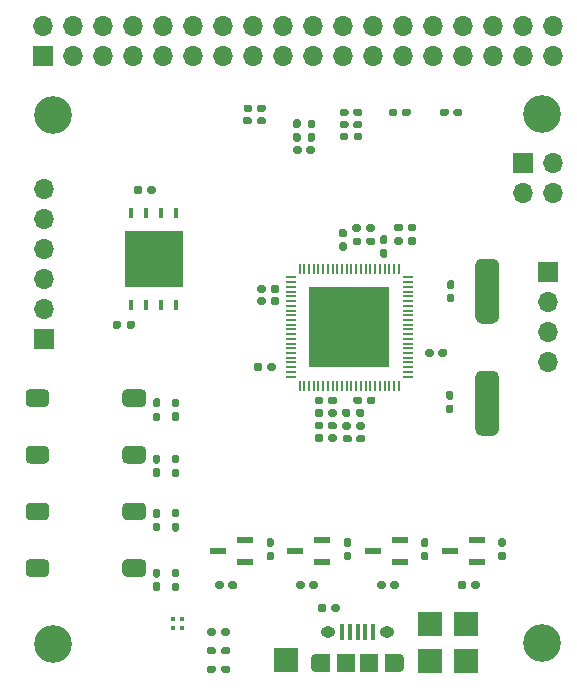
<source format=gbr>
%TF.GenerationSoftware,KiCad,Pcbnew,(5.1.7)-1*%
%TF.CreationDate,2020-10-28T20:28:28+01:00*%
%TF.ProjectId,f1c100s,66316331-3030-4732-9e6b-696361645f70,rev?*%
%TF.SameCoordinates,Original*%
%TF.FileFunction,Soldermask,Top*%
%TF.FilePolarity,Negative*%
%FSLAX46Y46*%
G04 Gerber Fmt 4.6, Leading zero omitted, Abs format (unit mm)*
G04 Created by KiCad (PCBNEW (5.1.7)-1) date 2020-10-28 20:28:28*
%MOMM*%
%LPD*%
G01*
G04 APERTURE LIST*
%ADD10C,3.200000*%
%ADD11O,1.700000X1.700000*%
%ADD12R,1.700000X1.700000*%
%ADD13R,1.400000X0.600000*%
%ADD14R,2.000000X2.000000*%
%ADD15O,0.890000X1.550000*%
%ADD16R,1.200000X1.550000*%
%ADD17R,1.500000X1.550000*%
%ADD18O,1.250000X0.950000*%
%ADD19R,0.400000X1.350000*%
%ADD20R,4.900000X4.750000*%
%ADD21R,0.450000X0.950000*%
%ADD22R,6.840000X6.840000*%
%ADD23R,0.200000X0.850000*%
%ADD24R,0.850000X0.200000*%
%ADD25R,0.400000X0.400000*%
G04 APERTURE END LIST*
D10*
%TO.C,REF\u002A\u002A*%
X190855600Y-97622360D03*
%TD*%
%TO.C,REF\u002A\u002A*%
X149418040Y-97693480D03*
%TD*%
%TO.C,REF\u002A\u002A*%
X149418040Y-52948840D03*
%TD*%
%TO.C,REF\u002A\u002A*%
X190855600Y-52877720D03*
%TD*%
D11*
%TO.C,J5*%
X191325500Y-73875900D03*
X191325500Y-71335900D03*
X191325500Y-68795900D03*
D12*
X191325500Y-66255900D03*
%TD*%
D13*
%TO.C,IC2*%
X183054426Y-89862800D03*
X185354426Y-88912800D03*
X185354426Y-90812800D03*
%TD*%
%TO.C,IC3*%
X176508484Y-89862800D03*
X178808484Y-88912800D03*
X178808484Y-90812800D03*
%TD*%
%TO.C,IC4*%
X169962542Y-89862800D03*
X172262542Y-88912800D03*
X172262542Y-90812800D03*
%TD*%
%TO.C,IC5*%
X163416600Y-89862800D03*
X165716600Y-88912800D03*
X165716600Y-90812800D03*
%TD*%
D11*
%TO.C,J4*%
X191815720Y-59563000D03*
X189275720Y-59563000D03*
X191815720Y-57023000D03*
D12*
X189275720Y-57023000D03*
%TD*%
D11*
%TO.C,J2*%
X191785240Y-45430440D03*
X191785240Y-47970440D03*
X189245240Y-45430440D03*
X189245240Y-47970440D03*
X186705240Y-45430440D03*
X186705240Y-47970440D03*
X184165240Y-45430440D03*
X184165240Y-47970440D03*
X181625240Y-45430440D03*
X181625240Y-47970440D03*
X179085240Y-45430440D03*
X179085240Y-47970440D03*
X176545240Y-45430440D03*
X176545240Y-47970440D03*
X174005240Y-45430440D03*
X174005240Y-47970440D03*
X171465240Y-45430440D03*
X171465240Y-47970440D03*
X168925240Y-45430440D03*
X168925240Y-47970440D03*
X166385240Y-45430440D03*
X166385240Y-47970440D03*
X163845240Y-45430440D03*
X163845240Y-47970440D03*
X161305240Y-45430440D03*
X161305240Y-47970440D03*
X158765240Y-45430440D03*
X158765240Y-47970440D03*
X156225240Y-45430440D03*
X156225240Y-47970440D03*
X153685240Y-45430440D03*
X153685240Y-47970440D03*
X151145240Y-45430440D03*
X151145240Y-47970440D03*
X148605240Y-45430440D03*
D12*
X148605240Y-47970440D03*
%TD*%
D11*
%TO.C,J3*%
X148678900Y-59182000D03*
X148678900Y-61722000D03*
X148678900Y-64262000D03*
X148678900Y-66802000D03*
X148678900Y-69342000D03*
D12*
X148678900Y-71882000D03*
%TD*%
%TO.C,SW4*%
G36*
G01*
X149128068Y-90926867D02*
X149128068Y-91676867D01*
G75*
G02*
X148753068Y-92051867I-375000J0D01*
G01*
X147503068Y-92051867D01*
G75*
G02*
X147128068Y-91676867I0J375000D01*
G01*
X147128068Y-90926867D01*
G75*
G02*
X147503068Y-90551867I375000J0D01*
G01*
X148753068Y-90551867D01*
G75*
G02*
X149128068Y-90926867I0J-375000D01*
G01*
G37*
G36*
G01*
X157328068Y-90926867D02*
X157328068Y-91676867D01*
G75*
G02*
X156953068Y-92051867I-375000J0D01*
G01*
X155703068Y-92051867D01*
G75*
G02*
X155328068Y-91676867I0J375000D01*
G01*
X155328068Y-90926867D01*
G75*
G02*
X155703068Y-90551867I375000J0D01*
G01*
X156953068Y-90551867D01*
G75*
G02*
X157328068Y-90926867I0J-375000D01*
G01*
G37*
%TD*%
%TO.C,SW3*%
G36*
G01*
X149128068Y-86127310D02*
X149128068Y-86877310D01*
G75*
G02*
X148753068Y-87252310I-375000J0D01*
G01*
X147503068Y-87252310D01*
G75*
G02*
X147128068Y-86877310I0J375000D01*
G01*
X147128068Y-86127310D01*
G75*
G02*
X147503068Y-85752310I375000J0D01*
G01*
X148753068Y-85752310D01*
G75*
G02*
X149128068Y-86127310I0J-375000D01*
G01*
G37*
G36*
G01*
X157328068Y-86127310D02*
X157328068Y-86877310D01*
G75*
G02*
X156953068Y-87252310I-375000J0D01*
G01*
X155703068Y-87252310D01*
G75*
G02*
X155328068Y-86877310I0J375000D01*
G01*
X155328068Y-86127310D01*
G75*
G02*
X155703068Y-85752310I375000J0D01*
G01*
X156953068Y-85752310D01*
G75*
G02*
X157328068Y-86127310I0J-375000D01*
G01*
G37*
%TD*%
D14*
%TO.C,TP5*%
X169138600Y-99085400D03*
%TD*%
%TO.C,TP4*%
X181345840Y-99146360D03*
%TD*%
%TO.C,TP3*%
X181345840Y-96047560D03*
%TD*%
%TO.C,TP2*%
X184444640Y-96047560D03*
%TD*%
%TO.C,TP1*%
X184444640Y-99146360D03*
%TD*%
%TO.C,SW2*%
G36*
G01*
X149128068Y-81327755D02*
X149128068Y-82077755D01*
G75*
G02*
X148753068Y-82452755I-375000J0D01*
G01*
X147503068Y-82452755D01*
G75*
G02*
X147128068Y-82077755I0J375000D01*
G01*
X147128068Y-81327755D01*
G75*
G02*
X147503068Y-80952755I375000J0D01*
G01*
X148753068Y-80952755D01*
G75*
G02*
X149128068Y-81327755I0J-375000D01*
G01*
G37*
G36*
G01*
X157328068Y-81327755D02*
X157328068Y-82077755D01*
G75*
G02*
X156953068Y-82452755I-375000J0D01*
G01*
X155703068Y-82452755D01*
G75*
G02*
X155328068Y-82077755I0J375000D01*
G01*
X155328068Y-81327755D01*
G75*
G02*
X155703068Y-80952755I375000J0D01*
G01*
X156953068Y-80952755D01*
G75*
G02*
X157328068Y-81327755I0J-375000D01*
G01*
G37*
%TD*%
%TO.C,SW1*%
G36*
G01*
X149128068Y-76528200D02*
X149128068Y-77278200D01*
G75*
G02*
X148753068Y-77653200I-375000J0D01*
G01*
X147503068Y-77653200D01*
G75*
G02*
X147128068Y-77278200I0J375000D01*
G01*
X147128068Y-76528200D01*
G75*
G02*
X147503068Y-76153200I375000J0D01*
G01*
X148753068Y-76153200D01*
G75*
G02*
X149128068Y-76528200I0J-375000D01*
G01*
G37*
G36*
G01*
X157328068Y-76528200D02*
X157328068Y-77278200D01*
G75*
G02*
X156953068Y-77653200I-375000J0D01*
G01*
X155703068Y-77653200D01*
G75*
G02*
X155328068Y-77278200I0J375000D01*
G01*
X155328068Y-76528200D01*
G75*
G02*
X155703068Y-76153200I375000J0D01*
G01*
X156953068Y-76153200D01*
G75*
G02*
X157328068Y-76528200I0J-375000D01*
G01*
G37*
%TD*%
D15*
%TO.C,J1*%
X178734600Y-99369400D03*
X171734600Y-99369400D03*
D16*
X178134600Y-99369400D03*
X172334600Y-99369400D03*
D17*
X176234600Y-99369400D03*
X174234600Y-99369400D03*
D18*
X177734600Y-96669400D03*
X172734600Y-96669400D03*
D19*
X176534600Y-96669400D03*
X175884600Y-96669400D03*
X175234600Y-96669400D03*
X174584600Y-96669400D03*
X173934600Y-96669400D03*
%TD*%
D20*
%TO.C,IC6*%
X157962600Y-65100200D03*
D21*
X156057600Y-61200200D03*
X157327600Y-61200200D03*
X158597600Y-61200200D03*
X159867600Y-61200200D03*
X159867600Y-69000200D03*
X158597600Y-69000200D03*
X157327600Y-69000200D03*
X156057600Y-69000200D03*
%TD*%
D22*
%TO.C,IC1*%
X174523400Y-70891400D03*
D23*
X170323400Y-65941400D03*
X170723400Y-65941400D03*
X171123400Y-65941400D03*
X171523400Y-65941400D03*
X171923400Y-65941400D03*
X172323400Y-65941400D03*
X172723400Y-65941400D03*
X173123400Y-65941400D03*
X173523400Y-65941400D03*
X173923400Y-65941400D03*
X174323400Y-65941400D03*
X174723400Y-65941400D03*
X175123400Y-65941400D03*
X175523400Y-65941400D03*
X175923400Y-65941400D03*
X176323400Y-65941400D03*
X176723400Y-65941400D03*
X177123400Y-65941400D03*
X177523400Y-65941400D03*
X177923400Y-65941400D03*
X178323400Y-65941400D03*
X178723400Y-65941400D03*
D24*
X179473400Y-66691400D03*
X179473400Y-67091400D03*
X179473400Y-67491400D03*
X179473400Y-67891400D03*
X179473400Y-68291400D03*
X179473400Y-68691400D03*
X179473400Y-69091400D03*
X179473400Y-69491400D03*
X179473400Y-69891400D03*
X179473400Y-70291400D03*
X179473400Y-70691400D03*
X179473400Y-71091400D03*
X179473400Y-71491400D03*
X179473400Y-71891400D03*
X179473400Y-72291400D03*
X179473400Y-72691400D03*
X179473400Y-73091400D03*
X179473400Y-73491400D03*
X179473400Y-73891400D03*
X179473400Y-74291400D03*
X179473400Y-74691400D03*
X179473400Y-75091400D03*
D23*
X178723400Y-75841400D03*
X178323400Y-75841400D03*
X177923400Y-75841400D03*
X177523400Y-75841400D03*
X177123400Y-75841400D03*
X176723400Y-75841400D03*
X176323400Y-75841400D03*
X175923400Y-75841400D03*
X175523400Y-75841400D03*
X175123400Y-75841400D03*
X174723400Y-75841400D03*
X174323400Y-75841400D03*
X173923400Y-75841400D03*
X173523400Y-75841400D03*
X173123400Y-75841400D03*
X172723400Y-75841400D03*
X172323400Y-75841400D03*
X171923400Y-75841400D03*
X171523400Y-75841400D03*
X171123400Y-75841400D03*
X170723400Y-75841400D03*
X170323400Y-75841400D03*
D24*
X169573400Y-75091400D03*
X169573400Y-74691400D03*
X169573400Y-74291400D03*
X169573400Y-73891400D03*
X169573400Y-73491400D03*
X169573400Y-73091400D03*
X169573400Y-72691400D03*
X169573400Y-72291400D03*
X169573400Y-71891400D03*
X169573400Y-71491400D03*
X169573400Y-71091400D03*
X169573400Y-70691400D03*
X169573400Y-70291400D03*
X169573400Y-69891400D03*
X169573400Y-69491400D03*
X169573400Y-69091400D03*
X169573400Y-68691400D03*
X169573400Y-68291400D03*
X169573400Y-67891400D03*
X169573400Y-67491400D03*
X169573400Y-67091400D03*
X169573400Y-66691400D03*
%TD*%
D25*
%TO.C,D1*%
X159612380Y-96389140D03*
X160412380Y-96389140D03*
X159612380Y-95589140D03*
X160412380Y-95589140D03*
%TD*%
%TO.C,Y1*%
G36*
G01*
X186707400Y-70593200D02*
X185707400Y-70593200D01*
G75*
G02*
X185207400Y-70093200I0J500000D01*
G01*
X185207400Y-65593200D01*
G75*
G02*
X185707400Y-65093200I500000J0D01*
G01*
X186707400Y-65093200D01*
G75*
G02*
X187207400Y-65593200I0J-500000D01*
G01*
X187207400Y-70093200D01*
G75*
G02*
X186707400Y-70593200I-500000J0D01*
G01*
G37*
G36*
G01*
X186707400Y-80093200D02*
X185707400Y-80093200D01*
G75*
G02*
X185207400Y-79593200I0J500000D01*
G01*
X185207400Y-75093200D01*
G75*
G02*
X185707400Y-74593200I500000J0D01*
G01*
X186707400Y-74593200D01*
G75*
G02*
X187207400Y-75093200I0J-500000D01*
G01*
X187207400Y-79593200D01*
G75*
G02*
X186707400Y-80093200I-500000J0D01*
G01*
G37*
%TD*%
%TO.C,C1*%
G36*
G01*
X177604480Y-65003960D02*
X177294480Y-65003960D01*
G75*
G02*
X177139480Y-64848960I0J155000D01*
G01*
X177139480Y-64423960D01*
G75*
G02*
X177294480Y-64268960I155000J0D01*
G01*
X177604480Y-64268960D01*
G75*
G02*
X177759480Y-64423960I0J-155000D01*
G01*
X177759480Y-64848960D01*
G75*
G02*
X177604480Y-65003960I-155000J0D01*
G01*
G37*
G36*
G01*
X177604480Y-63868960D02*
X177294480Y-63868960D01*
G75*
G02*
X177139480Y-63713960I0J155000D01*
G01*
X177139480Y-63288960D01*
G75*
G02*
X177294480Y-63133960I155000J0D01*
G01*
X177604480Y-63133960D01*
G75*
G02*
X177759480Y-63288960I0J-155000D01*
G01*
X177759480Y-63713960D01*
G75*
G02*
X177604480Y-63868960I-155000J0D01*
G01*
G37*
%TD*%
%TO.C,C2*%
G36*
G01*
X174150080Y-63310160D02*
X173840080Y-63310160D01*
G75*
G02*
X173685080Y-63155160I0J155000D01*
G01*
X173685080Y-62730160D01*
G75*
G02*
X173840080Y-62575160I155000J0D01*
G01*
X174150080Y-62575160D01*
G75*
G02*
X174305080Y-62730160I0J-155000D01*
G01*
X174305080Y-63155160D01*
G75*
G02*
X174150080Y-63310160I-155000J0D01*
G01*
G37*
G36*
G01*
X174150080Y-64445160D02*
X173840080Y-64445160D01*
G75*
G02*
X173685080Y-64290160I0J155000D01*
G01*
X173685080Y-63865160D01*
G75*
G02*
X173840080Y-63710160I155000J0D01*
G01*
X174150080Y-63710160D01*
G75*
G02*
X174305080Y-63865160I0J-155000D01*
G01*
X174305080Y-64290160D01*
G75*
G02*
X174150080Y-64445160I-155000J0D01*
G01*
G37*
%TD*%
%TO.C,C3*%
G36*
G01*
X176018800Y-77244000D02*
X176018800Y-76934000D01*
G75*
G02*
X176173800Y-76779000I155000J0D01*
G01*
X176598800Y-76779000D01*
G75*
G02*
X176753800Y-76934000I0J-155000D01*
G01*
X176753800Y-77244000D01*
G75*
G02*
X176598800Y-77399000I-155000J0D01*
G01*
X176173800Y-77399000D01*
G75*
G02*
X176018800Y-77244000I0J155000D01*
G01*
G37*
G36*
G01*
X174883800Y-77244000D02*
X174883800Y-76934000D01*
G75*
G02*
X175038800Y-76779000I155000J0D01*
G01*
X175463800Y-76779000D01*
G75*
G02*
X175618800Y-76934000I0J-155000D01*
G01*
X175618800Y-77244000D01*
G75*
G02*
X175463800Y-77399000I-155000J0D01*
G01*
X175038800Y-77399000D01*
G75*
G02*
X174883800Y-77244000I0J155000D01*
G01*
G37*
%TD*%
%TO.C,C4*%
G36*
G01*
X173477200Y-76959400D02*
X173477200Y-77269400D01*
G75*
G02*
X173322200Y-77424400I-155000J0D01*
G01*
X172897200Y-77424400D01*
G75*
G02*
X172742200Y-77269400I0J155000D01*
G01*
X172742200Y-76959400D01*
G75*
G02*
X172897200Y-76804400I155000J0D01*
G01*
X173322200Y-76804400D01*
G75*
G02*
X173477200Y-76959400I0J-155000D01*
G01*
G37*
G36*
G01*
X172342200Y-76959400D02*
X172342200Y-77269400D01*
G75*
G02*
X172187200Y-77424400I-155000J0D01*
G01*
X171762200Y-77424400D01*
G75*
G02*
X171607200Y-77269400I0J155000D01*
G01*
X171607200Y-76959400D01*
G75*
G02*
X171762200Y-76804400I155000J0D01*
G01*
X172187200Y-76804400D01*
G75*
G02*
X172342200Y-76959400I0J-155000D01*
G01*
G37*
%TD*%
%TO.C,C5*%
G36*
G01*
X172342200Y-78013500D02*
X172342200Y-78323500D01*
G75*
G02*
X172187200Y-78478500I-155000J0D01*
G01*
X171762200Y-78478500D01*
G75*
G02*
X171607200Y-78323500I0J155000D01*
G01*
X171607200Y-78013500D01*
G75*
G02*
X171762200Y-77858500I155000J0D01*
G01*
X172187200Y-77858500D01*
G75*
G02*
X172342200Y-78013500I0J-155000D01*
G01*
G37*
G36*
G01*
X173477200Y-78013500D02*
X173477200Y-78323500D01*
G75*
G02*
X173322200Y-78478500I-155000J0D01*
G01*
X172897200Y-78478500D01*
G75*
G02*
X172742200Y-78323500I0J155000D01*
G01*
X172742200Y-78013500D01*
G75*
G02*
X172897200Y-77858500I155000J0D01*
G01*
X173322200Y-77858500D01*
G75*
G02*
X173477200Y-78013500I0J-155000D01*
G01*
G37*
%TD*%
%TO.C,C6*%
G36*
G01*
X172342200Y-79093000D02*
X172342200Y-79403000D01*
G75*
G02*
X172187200Y-79558000I-155000J0D01*
G01*
X171762200Y-79558000D01*
G75*
G02*
X171607200Y-79403000I0J155000D01*
G01*
X171607200Y-79093000D01*
G75*
G02*
X171762200Y-78938000I155000J0D01*
G01*
X172187200Y-78938000D01*
G75*
G02*
X172342200Y-79093000I0J-155000D01*
G01*
G37*
G36*
G01*
X173477200Y-79093000D02*
X173477200Y-79403000D01*
G75*
G02*
X173322200Y-79558000I-155000J0D01*
G01*
X172897200Y-79558000D01*
G75*
G02*
X172742200Y-79403000I0J155000D01*
G01*
X172742200Y-79093000D01*
G75*
G02*
X172897200Y-78938000I155000J0D01*
G01*
X173322200Y-78938000D01*
G75*
G02*
X173477200Y-79093000I0J-155000D01*
G01*
G37*
%TD*%
%TO.C,C7*%
G36*
G01*
X174007500Y-80495200D02*
X174007500Y-80185200D01*
G75*
G02*
X174162500Y-80030200I155000J0D01*
G01*
X174587500Y-80030200D01*
G75*
G02*
X174742500Y-80185200I0J-155000D01*
G01*
X174742500Y-80495200D01*
G75*
G02*
X174587500Y-80650200I-155000J0D01*
G01*
X174162500Y-80650200D01*
G75*
G02*
X174007500Y-80495200I0J155000D01*
G01*
G37*
G36*
G01*
X175142500Y-80495200D02*
X175142500Y-80185200D01*
G75*
G02*
X175297500Y-80030200I155000J0D01*
G01*
X175722500Y-80030200D01*
G75*
G02*
X175877500Y-80185200I0J-155000D01*
G01*
X175877500Y-80495200D01*
G75*
G02*
X175722500Y-80650200I-155000J0D01*
G01*
X175297500Y-80650200D01*
G75*
G02*
X175142500Y-80495200I0J155000D01*
G01*
G37*
%TD*%
%TO.C,C10*%
G36*
G01*
X172342200Y-80134400D02*
X172342200Y-80444400D01*
G75*
G02*
X172187200Y-80599400I-155000J0D01*
G01*
X171762200Y-80599400D01*
G75*
G02*
X171607200Y-80444400I0J155000D01*
G01*
X171607200Y-80134400D01*
G75*
G02*
X171762200Y-79979400I155000J0D01*
G01*
X172187200Y-79979400D01*
G75*
G02*
X172342200Y-80134400I0J-155000D01*
G01*
G37*
G36*
G01*
X173477200Y-80134400D02*
X173477200Y-80444400D01*
G75*
G02*
X173322200Y-80599400I-155000J0D01*
G01*
X172897200Y-80599400D01*
G75*
G02*
X172742200Y-80444400I0J155000D01*
G01*
X172742200Y-80134400D01*
G75*
G02*
X172897200Y-79979400I155000J0D01*
G01*
X173322200Y-79979400D01*
G75*
G02*
X173477200Y-80134400I0J-155000D01*
G01*
G37*
%TD*%
%TO.C,C11*%
G36*
G01*
X168613100Y-68539300D02*
X168613100Y-68849300D01*
G75*
G02*
X168458100Y-69004300I-155000J0D01*
G01*
X168033100Y-69004300D01*
G75*
G02*
X167878100Y-68849300I0J155000D01*
G01*
X167878100Y-68539300D01*
G75*
G02*
X168033100Y-68384300I155000J0D01*
G01*
X168458100Y-68384300D01*
G75*
G02*
X168613100Y-68539300I0J-155000D01*
G01*
G37*
G36*
G01*
X167478100Y-68539300D02*
X167478100Y-68849300D01*
G75*
G02*
X167323100Y-69004300I-155000J0D01*
G01*
X166898100Y-69004300D01*
G75*
G02*
X166743100Y-68849300I0J155000D01*
G01*
X166743100Y-68539300D01*
G75*
G02*
X166898100Y-68384300I155000J0D01*
G01*
X167323100Y-68384300D01*
G75*
G02*
X167478100Y-68539300I0J-155000D01*
G01*
G37*
%TD*%
%TO.C,C12*%
G36*
G01*
X182089400Y-73243500D02*
X182089400Y-72933500D01*
G75*
G02*
X182244400Y-72778500I155000J0D01*
G01*
X182669400Y-72778500D01*
G75*
G02*
X182824400Y-72933500I0J-155000D01*
G01*
X182824400Y-73243500D01*
G75*
G02*
X182669400Y-73398500I-155000J0D01*
G01*
X182244400Y-73398500D01*
G75*
G02*
X182089400Y-73243500I0J155000D01*
G01*
G37*
G36*
G01*
X180954400Y-73243500D02*
X180954400Y-72933500D01*
G75*
G02*
X181109400Y-72778500I155000J0D01*
G01*
X181534400Y-72778500D01*
G75*
G02*
X181689400Y-72933500I0J-155000D01*
G01*
X181689400Y-73243500D01*
G75*
G02*
X181534400Y-73398500I-155000J0D01*
G01*
X181109400Y-73398500D01*
G75*
G02*
X180954400Y-73243500I0J155000D01*
G01*
G37*
%TD*%
%TO.C,C13*%
G36*
G01*
X167478100Y-67523300D02*
X167478100Y-67833300D01*
G75*
G02*
X167323100Y-67988300I-155000J0D01*
G01*
X166898100Y-67988300D01*
G75*
G02*
X166743100Y-67833300I0J155000D01*
G01*
X166743100Y-67523300D01*
G75*
G02*
X166898100Y-67368300I155000J0D01*
G01*
X167323100Y-67368300D01*
G75*
G02*
X167478100Y-67523300I0J-155000D01*
G01*
G37*
G36*
G01*
X168613100Y-67523300D02*
X168613100Y-67833300D01*
G75*
G02*
X168458100Y-67988300I-155000J0D01*
G01*
X168033100Y-67988300D01*
G75*
G02*
X167878100Y-67833300I0J155000D01*
G01*
X167878100Y-67523300D01*
G75*
G02*
X168033100Y-67368300I155000J0D01*
G01*
X168458100Y-67368300D01*
G75*
G02*
X168613100Y-67523300I0J-155000D01*
G01*
G37*
%TD*%
%TO.C,C14*%
G36*
G01*
X178338200Y-63761680D02*
X178338200Y-63451680D01*
G75*
G02*
X178493200Y-63296680I155000J0D01*
G01*
X178918200Y-63296680D01*
G75*
G02*
X179073200Y-63451680I0J-155000D01*
G01*
X179073200Y-63761680D01*
G75*
G02*
X178918200Y-63916680I-155000J0D01*
G01*
X178493200Y-63916680D01*
G75*
G02*
X178338200Y-63761680I0J155000D01*
G01*
G37*
G36*
G01*
X179473200Y-63761680D02*
X179473200Y-63451680D01*
G75*
G02*
X179628200Y-63296680I155000J0D01*
G01*
X180053200Y-63296680D01*
G75*
G02*
X180208200Y-63451680I0J-155000D01*
G01*
X180208200Y-63761680D01*
G75*
G02*
X180053200Y-63916680I-155000J0D01*
G01*
X179628200Y-63916680D01*
G75*
G02*
X179473200Y-63761680I0J155000D01*
G01*
G37*
%TD*%
%TO.C,C15*%
G36*
G01*
X168318460Y-74124760D02*
X168318460Y-74434760D01*
G75*
G02*
X168163460Y-74589760I-155000J0D01*
G01*
X167738460Y-74589760D01*
G75*
G02*
X167583460Y-74434760I0J155000D01*
G01*
X167583460Y-74124760D01*
G75*
G02*
X167738460Y-73969760I155000J0D01*
G01*
X168163460Y-73969760D01*
G75*
G02*
X168318460Y-74124760I0J-155000D01*
G01*
G37*
G36*
G01*
X167183460Y-74124760D02*
X167183460Y-74434760D01*
G75*
G02*
X167028460Y-74589760I-155000J0D01*
G01*
X166603460Y-74589760D01*
G75*
G02*
X166448460Y-74434760I0J155000D01*
G01*
X166448460Y-74124760D01*
G75*
G02*
X166603460Y-73969760I155000J0D01*
G01*
X167028460Y-73969760D01*
G75*
G02*
X167183460Y-74124760I0J-155000D01*
G01*
G37*
%TD*%
%TO.C,C16*%
G36*
G01*
X175568000Y-63477080D02*
X175568000Y-63787080D01*
G75*
G02*
X175413000Y-63942080I-155000J0D01*
G01*
X174988000Y-63942080D01*
G75*
G02*
X174833000Y-63787080I0J155000D01*
G01*
X174833000Y-63477080D01*
G75*
G02*
X174988000Y-63322080I155000J0D01*
G01*
X175413000Y-63322080D01*
G75*
G02*
X175568000Y-63477080I0J-155000D01*
G01*
G37*
G36*
G01*
X176703000Y-63477080D02*
X176703000Y-63787080D01*
G75*
G02*
X176548000Y-63942080I-155000J0D01*
G01*
X176123000Y-63942080D01*
G75*
G02*
X175968000Y-63787080I0J155000D01*
G01*
X175968000Y-63477080D01*
G75*
G02*
X176123000Y-63322080I155000J0D01*
G01*
X176548000Y-63322080D01*
G75*
G02*
X176703000Y-63477080I0J-155000D01*
G01*
G37*
%TD*%
%TO.C,C17*%
G36*
G01*
X173741120Y-53901400D02*
X173741120Y-53591400D01*
G75*
G02*
X173896120Y-53436400I155000J0D01*
G01*
X174321120Y-53436400D01*
G75*
G02*
X174476120Y-53591400I0J-155000D01*
G01*
X174476120Y-53901400D01*
G75*
G02*
X174321120Y-54056400I-155000J0D01*
G01*
X173896120Y-54056400D01*
G75*
G02*
X173741120Y-53901400I0J155000D01*
G01*
G37*
G36*
G01*
X174876120Y-53901400D02*
X174876120Y-53591400D01*
G75*
G02*
X175031120Y-53436400I155000J0D01*
G01*
X175456120Y-53436400D01*
G75*
G02*
X175611120Y-53591400I0J-155000D01*
G01*
X175611120Y-53901400D01*
G75*
G02*
X175456120Y-54056400I-155000J0D01*
G01*
X175031120Y-54056400D01*
G75*
G02*
X174876120Y-53901400I0J155000D01*
G01*
G37*
%TD*%
%TO.C,C18*%
G36*
G01*
X166724620Y-52517100D02*
X166724620Y-52207100D01*
G75*
G02*
X166879620Y-52052100I155000J0D01*
G01*
X167304620Y-52052100D01*
G75*
G02*
X167459620Y-52207100I0J-155000D01*
G01*
X167459620Y-52517100D01*
G75*
G02*
X167304620Y-52672100I-155000J0D01*
G01*
X166879620Y-52672100D01*
G75*
G02*
X166724620Y-52517100I0J155000D01*
G01*
G37*
G36*
G01*
X165589620Y-52517100D02*
X165589620Y-52207100D01*
G75*
G02*
X165744620Y-52052100I155000J0D01*
G01*
X166169620Y-52052100D01*
G75*
G02*
X166324620Y-52207100I0J-155000D01*
G01*
X166324620Y-52517100D01*
G75*
G02*
X166169620Y-52672100I-155000J0D01*
G01*
X165744620Y-52672100D01*
G75*
G02*
X165589620Y-52517100I0J155000D01*
G01*
G37*
%TD*%
%TO.C,C19*%
G36*
G01*
X169943720Y-53319400D02*
X170253720Y-53319400D01*
G75*
G02*
X170408720Y-53474400I0J-155000D01*
G01*
X170408720Y-53899400D01*
G75*
G02*
X170253720Y-54054400I-155000J0D01*
G01*
X169943720Y-54054400D01*
G75*
G02*
X169788720Y-53899400I0J155000D01*
G01*
X169788720Y-53474400D01*
G75*
G02*
X169943720Y-53319400I155000J0D01*
G01*
G37*
G36*
G01*
X169943720Y-54454400D02*
X170253720Y-54454400D01*
G75*
G02*
X170408720Y-54609400I0J-155000D01*
G01*
X170408720Y-55034400D01*
G75*
G02*
X170253720Y-55189400I-155000J0D01*
G01*
X169943720Y-55189400D01*
G75*
G02*
X169788720Y-55034400I0J155000D01*
G01*
X169788720Y-54609400D01*
G75*
G02*
X169943720Y-54454400I155000J0D01*
G01*
G37*
%TD*%
%TO.C,C20*%
G36*
G01*
X182885000Y-76315000D02*
X183195000Y-76315000D01*
G75*
G02*
X183350000Y-76470000I0J-155000D01*
G01*
X183350000Y-76895000D01*
G75*
G02*
X183195000Y-77050000I-155000J0D01*
G01*
X182885000Y-77050000D01*
G75*
G02*
X182730000Y-76895000I0J155000D01*
G01*
X182730000Y-76470000D01*
G75*
G02*
X182885000Y-76315000I155000J0D01*
G01*
G37*
G36*
G01*
X182885000Y-77450000D02*
X183195000Y-77450000D01*
G75*
G02*
X183350000Y-77605000I0J-155000D01*
G01*
X183350000Y-78030000D01*
G75*
G02*
X183195000Y-78185000I-155000J0D01*
G01*
X182885000Y-78185000D01*
G75*
G02*
X182730000Y-78030000I0J155000D01*
G01*
X182730000Y-77605000D01*
G75*
G02*
X182885000Y-77450000I155000J0D01*
G01*
G37*
%TD*%
%TO.C,C21*%
G36*
G01*
X170508320Y-55750400D02*
X170508320Y-56060400D01*
G75*
G02*
X170353320Y-56215400I-155000J0D01*
G01*
X169928320Y-56215400D01*
G75*
G02*
X169773320Y-56060400I0J155000D01*
G01*
X169773320Y-55750400D01*
G75*
G02*
X169928320Y-55595400I155000J0D01*
G01*
X170353320Y-55595400D01*
G75*
G02*
X170508320Y-55750400I0J-155000D01*
G01*
G37*
G36*
G01*
X171643320Y-55750400D02*
X171643320Y-56060400D01*
G75*
G02*
X171488320Y-56215400I-155000J0D01*
G01*
X171063320Y-56215400D01*
G75*
G02*
X170908320Y-56060400I0J155000D01*
G01*
X170908320Y-55750400D01*
G75*
G02*
X171063320Y-55595400I155000J0D01*
G01*
X171488320Y-55595400D01*
G75*
G02*
X171643320Y-55750400I0J-155000D01*
G01*
G37*
%TD*%
%TO.C,C22*%
G36*
G01*
X178338200Y-62618680D02*
X178338200Y-62308680D01*
G75*
G02*
X178493200Y-62153680I155000J0D01*
G01*
X178918200Y-62153680D01*
G75*
G02*
X179073200Y-62308680I0J-155000D01*
G01*
X179073200Y-62618680D01*
G75*
G02*
X178918200Y-62773680I-155000J0D01*
G01*
X178493200Y-62773680D01*
G75*
G02*
X178338200Y-62618680I0J155000D01*
G01*
G37*
G36*
G01*
X179473200Y-62618680D02*
X179473200Y-62308680D01*
G75*
G02*
X179628200Y-62153680I155000J0D01*
G01*
X180053200Y-62153680D01*
G75*
G02*
X180208200Y-62308680I0J-155000D01*
G01*
X180208200Y-62618680D01*
G75*
G02*
X180053200Y-62773680I-155000J0D01*
G01*
X179628200Y-62773680D01*
G75*
G02*
X179473200Y-62618680I0J155000D01*
G01*
G37*
%TD*%
%TO.C,C23*%
G36*
G01*
X171162920Y-54467100D02*
X171472920Y-54467100D01*
G75*
G02*
X171627920Y-54622100I0J-155000D01*
G01*
X171627920Y-55047100D01*
G75*
G02*
X171472920Y-55202100I-155000J0D01*
G01*
X171162920Y-55202100D01*
G75*
G02*
X171007920Y-55047100I0J155000D01*
G01*
X171007920Y-54622100D01*
G75*
G02*
X171162920Y-54467100I155000J0D01*
G01*
G37*
G36*
G01*
X171162920Y-53332100D02*
X171472920Y-53332100D01*
G75*
G02*
X171627920Y-53487100I0J-155000D01*
G01*
X171627920Y-53912100D01*
G75*
G02*
X171472920Y-54067100I-155000J0D01*
G01*
X171162920Y-54067100D01*
G75*
G02*
X171007920Y-53912100I0J155000D01*
G01*
X171007920Y-53487100D01*
G75*
G02*
X171162920Y-53332100I155000J0D01*
G01*
G37*
%TD*%
%TO.C,C24*%
G36*
G01*
X183265000Y-67670000D02*
X182955000Y-67670000D01*
G75*
G02*
X182800000Y-67515000I0J155000D01*
G01*
X182800000Y-67090000D01*
G75*
G02*
X182955000Y-66935000I155000J0D01*
G01*
X183265000Y-66935000D01*
G75*
G02*
X183420000Y-67090000I0J-155000D01*
G01*
X183420000Y-67515000D01*
G75*
G02*
X183265000Y-67670000I-155000J0D01*
G01*
G37*
G36*
G01*
X183265000Y-68805000D02*
X182955000Y-68805000D01*
G75*
G02*
X182800000Y-68650000I0J155000D01*
G01*
X182800000Y-68225000D01*
G75*
G02*
X182955000Y-68070000I155000J0D01*
G01*
X183265000Y-68070000D01*
G75*
G02*
X183420000Y-68225000I0J-155000D01*
G01*
X183420000Y-68650000D01*
G75*
G02*
X183265000Y-68805000I-155000J0D01*
G01*
G37*
%TD*%
%TO.C,C25*%
G36*
G01*
X184858000Y-92890400D02*
X184858000Y-92580400D01*
G75*
G02*
X185013000Y-92425400I155000J0D01*
G01*
X185438000Y-92425400D01*
G75*
G02*
X185593000Y-92580400I0J-155000D01*
G01*
X185593000Y-92890400D01*
G75*
G02*
X185438000Y-93045400I-155000J0D01*
G01*
X185013000Y-93045400D01*
G75*
G02*
X184858000Y-92890400I0J155000D01*
G01*
G37*
G36*
G01*
X183723000Y-92890400D02*
X183723000Y-92580400D01*
G75*
G02*
X183878000Y-92425400I155000J0D01*
G01*
X184303000Y-92425400D01*
G75*
G02*
X184458000Y-92580400I0J-155000D01*
G01*
X184458000Y-92890400D01*
G75*
G02*
X184303000Y-93045400I-155000J0D01*
G01*
X183878000Y-93045400D01*
G75*
G02*
X183723000Y-92890400I0J155000D01*
G01*
G37*
%TD*%
%TO.C,C26*%
G36*
G01*
X176873466Y-92890400D02*
X176873466Y-92580400D01*
G75*
G02*
X177028466Y-92425400I155000J0D01*
G01*
X177453466Y-92425400D01*
G75*
G02*
X177608466Y-92580400I0J-155000D01*
G01*
X177608466Y-92890400D01*
G75*
G02*
X177453466Y-93045400I-155000J0D01*
G01*
X177028466Y-93045400D01*
G75*
G02*
X176873466Y-92890400I0J155000D01*
G01*
G37*
G36*
G01*
X178008466Y-92890400D02*
X178008466Y-92580400D01*
G75*
G02*
X178163466Y-92425400I155000J0D01*
G01*
X178588466Y-92425400D01*
G75*
G02*
X178743466Y-92580400I0J-155000D01*
G01*
X178743466Y-92890400D01*
G75*
G02*
X178588466Y-93045400I-155000J0D01*
G01*
X178163466Y-93045400D01*
G75*
G02*
X178008466Y-92890400I0J155000D01*
G01*
G37*
%TD*%
%TO.C,C27*%
G36*
G01*
X171158933Y-92890400D02*
X171158933Y-92580400D01*
G75*
G02*
X171313933Y-92425400I155000J0D01*
G01*
X171738933Y-92425400D01*
G75*
G02*
X171893933Y-92580400I0J-155000D01*
G01*
X171893933Y-92890400D01*
G75*
G02*
X171738933Y-93045400I-155000J0D01*
G01*
X171313933Y-93045400D01*
G75*
G02*
X171158933Y-92890400I0J155000D01*
G01*
G37*
G36*
G01*
X170023933Y-92890400D02*
X170023933Y-92580400D01*
G75*
G02*
X170178933Y-92425400I155000J0D01*
G01*
X170603933Y-92425400D01*
G75*
G02*
X170758933Y-92580400I0J-155000D01*
G01*
X170758933Y-92890400D01*
G75*
G02*
X170603933Y-93045400I-155000J0D01*
G01*
X170178933Y-93045400D01*
G75*
G02*
X170023933Y-92890400I0J155000D01*
G01*
G37*
%TD*%
%TO.C,C28*%
G36*
G01*
X163174400Y-92890400D02*
X163174400Y-92580400D01*
G75*
G02*
X163329400Y-92425400I155000J0D01*
G01*
X163754400Y-92425400D01*
G75*
G02*
X163909400Y-92580400I0J-155000D01*
G01*
X163909400Y-92890400D01*
G75*
G02*
X163754400Y-93045400I-155000J0D01*
G01*
X163329400Y-93045400D01*
G75*
G02*
X163174400Y-92890400I0J155000D01*
G01*
G37*
G36*
G01*
X164309400Y-92890400D02*
X164309400Y-92580400D01*
G75*
G02*
X164464400Y-92425400I155000J0D01*
G01*
X164889400Y-92425400D01*
G75*
G02*
X165044400Y-92580400I0J-155000D01*
G01*
X165044400Y-92890400D01*
G75*
G02*
X164889400Y-93045400I-155000J0D01*
G01*
X164464400Y-93045400D01*
G75*
G02*
X164309400Y-92890400I0J155000D01*
G01*
G37*
%TD*%
%TO.C,C29*%
G36*
G01*
X187322400Y-88777800D02*
X187632400Y-88777800D01*
G75*
G02*
X187787400Y-88932800I0J-155000D01*
G01*
X187787400Y-89357800D01*
G75*
G02*
X187632400Y-89512800I-155000J0D01*
G01*
X187322400Y-89512800D01*
G75*
G02*
X187167400Y-89357800I0J155000D01*
G01*
X187167400Y-88932800D01*
G75*
G02*
X187322400Y-88777800I155000J0D01*
G01*
G37*
G36*
G01*
X187322400Y-89912800D02*
X187632400Y-89912800D01*
G75*
G02*
X187787400Y-90067800I0J-155000D01*
G01*
X187787400Y-90492800D01*
G75*
G02*
X187632400Y-90647800I-155000J0D01*
G01*
X187322400Y-90647800D01*
G75*
G02*
X187167400Y-90492800I0J155000D01*
G01*
X187167400Y-90067800D01*
G75*
G02*
X187322400Y-89912800I155000J0D01*
G01*
G37*
%TD*%
%TO.C,C30*%
G36*
G01*
X180776455Y-89912800D02*
X181086455Y-89912800D01*
G75*
G02*
X181241455Y-90067800I0J-155000D01*
G01*
X181241455Y-90492800D01*
G75*
G02*
X181086455Y-90647800I-155000J0D01*
G01*
X180776455Y-90647800D01*
G75*
G02*
X180621455Y-90492800I0J155000D01*
G01*
X180621455Y-90067800D01*
G75*
G02*
X180776455Y-89912800I155000J0D01*
G01*
G37*
G36*
G01*
X180776455Y-88777800D02*
X181086455Y-88777800D01*
G75*
G02*
X181241455Y-88932800I0J-155000D01*
G01*
X181241455Y-89357800D01*
G75*
G02*
X181086455Y-89512800I-155000J0D01*
G01*
X180776455Y-89512800D01*
G75*
G02*
X180621455Y-89357800I0J155000D01*
G01*
X180621455Y-88932800D01*
G75*
G02*
X180776455Y-88777800I155000J0D01*
G01*
G37*
%TD*%
%TO.C,C31*%
G36*
G01*
X174230513Y-88777800D02*
X174540513Y-88777800D01*
G75*
G02*
X174695513Y-88932800I0J-155000D01*
G01*
X174695513Y-89357800D01*
G75*
G02*
X174540513Y-89512800I-155000J0D01*
G01*
X174230513Y-89512800D01*
G75*
G02*
X174075513Y-89357800I0J155000D01*
G01*
X174075513Y-88932800D01*
G75*
G02*
X174230513Y-88777800I155000J0D01*
G01*
G37*
G36*
G01*
X174230513Y-89912800D02*
X174540513Y-89912800D01*
G75*
G02*
X174695513Y-90067800I0J-155000D01*
G01*
X174695513Y-90492800D01*
G75*
G02*
X174540513Y-90647800I-155000J0D01*
G01*
X174230513Y-90647800D01*
G75*
G02*
X174075513Y-90492800I0J155000D01*
G01*
X174075513Y-90067800D01*
G75*
G02*
X174230513Y-89912800I155000J0D01*
G01*
G37*
%TD*%
%TO.C,C32*%
G36*
G01*
X167684571Y-89912800D02*
X167994571Y-89912800D01*
G75*
G02*
X168149571Y-90067800I0J-155000D01*
G01*
X168149571Y-90492800D01*
G75*
G02*
X167994571Y-90647800I-155000J0D01*
G01*
X167684571Y-90647800D01*
G75*
G02*
X167529571Y-90492800I0J155000D01*
G01*
X167529571Y-90067800D01*
G75*
G02*
X167684571Y-89912800I155000J0D01*
G01*
G37*
G36*
G01*
X167684571Y-88777800D02*
X167994571Y-88777800D01*
G75*
G02*
X168149571Y-88932800I0J-155000D01*
G01*
X168149571Y-89357800D01*
G75*
G02*
X167994571Y-89512800I-155000J0D01*
G01*
X167684571Y-89512800D01*
G75*
G02*
X167529571Y-89357800I0J155000D01*
G01*
X167529571Y-88932800D01*
G75*
G02*
X167684571Y-88777800I155000J0D01*
G01*
G37*
%TD*%
%TO.C,C33*%
G36*
G01*
X172596200Y-94536200D02*
X172596200Y-94846200D01*
G75*
G02*
X172441200Y-95001200I-155000J0D01*
G01*
X172016200Y-95001200D01*
G75*
G02*
X171861200Y-94846200I0J155000D01*
G01*
X171861200Y-94536200D01*
G75*
G02*
X172016200Y-94381200I155000J0D01*
G01*
X172441200Y-94381200D01*
G75*
G02*
X172596200Y-94536200I0J-155000D01*
G01*
G37*
G36*
G01*
X173731200Y-94536200D02*
X173731200Y-94846200D01*
G75*
G02*
X173576200Y-95001200I-155000J0D01*
G01*
X173151200Y-95001200D01*
G75*
G02*
X172996200Y-94846200I0J155000D01*
G01*
X172996200Y-94536200D01*
G75*
G02*
X173151200Y-94381200I155000J0D01*
G01*
X173576200Y-94381200D01*
G75*
G02*
X173731200Y-94536200I0J-155000D01*
G01*
G37*
%TD*%
%TO.C,C34*%
G36*
G01*
X156275760Y-59448760D02*
X156275760Y-59138760D01*
G75*
G02*
X156430760Y-58983760I155000J0D01*
G01*
X156855760Y-58983760D01*
G75*
G02*
X157010760Y-59138760I0J-155000D01*
G01*
X157010760Y-59448760D01*
G75*
G02*
X156855760Y-59603760I-155000J0D01*
G01*
X156430760Y-59603760D01*
G75*
G02*
X156275760Y-59448760I0J155000D01*
G01*
G37*
G36*
G01*
X157410760Y-59448760D02*
X157410760Y-59138760D01*
G75*
G02*
X157565760Y-58983760I155000J0D01*
G01*
X157990760Y-58983760D01*
G75*
G02*
X158145760Y-59138760I0J-155000D01*
G01*
X158145760Y-59448760D01*
G75*
G02*
X157990760Y-59603760I-155000J0D01*
G01*
X157565760Y-59603760D01*
G75*
G02*
X157410760Y-59448760I0J155000D01*
G01*
G37*
%TD*%
%TO.C,C35*%
G36*
G01*
X174875800Y-52875240D02*
X174875800Y-52565240D01*
G75*
G02*
X175030800Y-52410240I155000J0D01*
G01*
X175455800Y-52410240D01*
G75*
G02*
X175610800Y-52565240I0J-155000D01*
G01*
X175610800Y-52875240D01*
G75*
G02*
X175455800Y-53030240I-155000J0D01*
G01*
X175030800Y-53030240D01*
G75*
G02*
X174875800Y-52875240I0J155000D01*
G01*
G37*
G36*
G01*
X173740800Y-52875240D02*
X173740800Y-52565240D01*
G75*
G02*
X173895800Y-52410240I155000J0D01*
G01*
X174320800Y-52410240D01*
G75*
G02*
X174475800Y-52565240I0J-155000D01*
G01*
X174475800Y-52875240D01*
G75*
G02*
X174320800Y-53030240I-155000J0D01*
G01*
X173895800Y-53030240D01*
G75*
G02*
X173740800Y-52875240I0J155000D01*
G01*
G37*
%TD*%
%TO.C,C36*%
G36*
G01*
X177868320Y-52875240D02*
X177868320Y-52565240D01*
G75*
G02*
X178023320Y-52410240I155000J0D01*
G01*
X178448320Y-52410240D01*
G75*
G02*
X178603320Y-52565240I0J-155000D01*
G01*
X178603320Y-52875240D01*
G75*
G02*
X178448320Y-53030240I-155000J0D01*
G01*
X178023320Y-53030240D01*
G75*
G02*
X177868320Y-52875240I0J155000D01*
G01*
G37*
G36*
G01*
X179003320Y-52875240D02*
X179003320Y-52565240D01*
G75*
G02*
X179158320Y-52410240I155000J0D01*
G01*
X179583320Y-52410240D01*
G75*
G02*
X179738320Y-52565240I0J-155000D01*
G01*
X179738320Y-52875240D01*
G75*
G02*
X179583320Y-53030240I-155000J0D01*
G01*
X179158320Y-53030240D01*
G75*
G02*
X179003320Y-52875240I0J155000D01*
G01*
G37*
%TD*%
%TO.C,C37*%
G36*
G01*
X183353320Y-52875240D02*
X183353320Y-52565240D01*
G75*
G02*
X183508320Y-52410240I155000J0D01*
G01*
X183933320Y-52410240D01*
G75*
G02*
X184088320Y-52565240I0J-155000D01*
G01*
X184088320Y-52875240D01*
G75*
G02*
X183933320Y-53030240I-155000J0D01*
G01*
X183508320Y-53030240D01*
G75*
G02*
X183353320Y-52875240I0J155000D01*
G01*
G37*
G36*
G01*
X182218320Y-52875240D02*
X182218320Y-52565240D01*
G75*
G02*
X182373320Y-52410240I155000J0D01*
G01*
X182798320Y-52410240D01*
G75*
G02*
X182953320Y-52565240I0J-155000D01*
G01*
X182953320Y-52875240D01*
G75*
G02*
X182798320Y-53030240I-155000J0D01*
G01*
X182373320Y-53030240D01*
G75*
G02*
X182218320Y-52875240I0J155000D01*
G01*
G37*
%TD*%
%TO.C,C38*%
G36*
G01*
X158061600Y-91368600D02*
X158371600Y-91368600D01*
G75*
G02*
X158526600Y-91523600I0J-155000D01*
G01*
X158526600Y-91948600D01*
G75*
G02*
X158371600Y-92103600I-155000J0D01*
G01*
X158061600Y-92103600D01*
G75*
G02*
X157906600Y-91948600I0J155000D01*
G01*
X157906600Y-91523600D01*
G75*
G02*
X158061600Y-91368600I155000J0D01*
G01*
G37*
G36*
G01*
X158061600Y-92503600D02*
X158371600Y-92503600D01*
G75*
G02*
X158526600Y-92658600I0J-155000D01*
G01*
X158526600Y-93083600D01*
G75*
G02*
X158371600Y-93238600I-155000J0D01*
G01*
X158061600Y-93238600D01*
G75*
G02*
X157906600Y-93083600I0J155000D01*
G01*
X157906600Y-92658600D01*
G75*
G02*
X158061600Y-92503600I155000J0D01*
G01*
G37*
%TD*%
%TO.C,C39*%
G36*
G01*
X158061600Y-86314000D02*
X158371600Y-86314000D01*
G75*
G02*
X158526600Y-86469000I0J-155000D01*
G01*
X158526600Y-86894000D01*
G75*
G02*
X158371600Y-87049000I-155000J0D01*
G01*
X158061600Y-87049000D01*
G75*
G02*
X157906600Y-86894000I0J155000D01*
G01*
X157906600Y-86469000D01*
G75*
G02*
X158061600Y-86314000I155000J0D01*
G01*
G37*
G36*
G01*
X158061600Y-87449000D02*
X158371600Y-87449000D01*
G75*
G02*
X158526600Y-87604000I0J-155000D01*
G01*
X158526600Y-88029000D01*
G75*
G02*
X158371600Y-88184000I-155000J0D01*
G01*
X158061600Y-88184000D01*
G75*
G02*
X157906600Y-88029000I0J155000D01*
G01*
X157906600Y-87604000D01*
G75*
G02*
X158061600Y-87449000I155000J0D01*
G01*
G37*
%TD*%
%TO.C,C40*%
G36*
G01*
X158061600Y-82851600D02*
X158371600Y-82851600D01*
G75*
G02*
X158526600Y-83006600I0J-155000D01*
G01*
X158526600Y-83431600D01*
G75*
G02*
X158371600Y-83586600I-155000J0D01*
G01*
X158061600Y-83586600D01*
G75*
G02*
X157906600Y-83431600I0J155000D01*
G01*
X157906600Y-83006600D01*
G75*
G02*
X158061600Y-82851600I155000J0D01*
G01*
G37*
G36*
G01*
X158061600Y-81716600D02*
X158371600Y-81716600D01*
G75*
G02*
X158526600Y-81871600I0J-155000D01*
G01*
X158526600Y-82296600D01*
G75*
G02*
X158371600Y-82451600I-155000J0D01*
G01*
X158061600Y-82451600D01*
G75*
G02*
X157906600Y-82296600I0J155000D01*
G01*
X157906600Y-81871600D01*
G75*
G02*
X158061600Y-81716600I155000J0D01*
G01*
G37*
%TD*%
%TO.C,C41*%
G36*
G01*
X159671960Y-76956640D02*
X159981960Y-76956640D01*
G75*
G02*
X160136960Y-77111640I0J-155000D01*
G01*
X160136960Y-77536640D01*
G75*
G02*
X159981960Y-77691640I-155000J0D01*
G01*
X159671960Y-77691640D01*
G75*
G02*
X159516960Y-77536640I0J155000D01*
G01*
X159516960Y-77111640D01*
G75*
G02*
X159671960Y-76956640I155000J0D01*
G01*
G37*
G36*
G01*
X159671960Y-78091640D02*
X159981960Y-78091640D01*
G75*
G02*
X160136960Y-78246640I0J-155000D01*
G01*
X160136960Y-78671640D01*
G75*
G02*
X159981960Y-78826640I-155000J0D01*
G01*
X159671960Y-78826640D01*
G75*
G02*
X159516960Y-78671640I0J155000D01*
G01*
X159516960Y-78246640D01*
G75*
G02*
X159671960Y-78091640I155000J0D01*
G01*
G37*
%TD*%
%TO.C,R1*%
G36*
G01*
X173936700Y-79420700D02*
X173936700Y-79100700D01*
G75*
G02*
X174096700Y-78940700I160000J0D01*
G01*
X174491700Y-78940700D01*
G75*
G02*
X174651700Y-79100700I0J-160000D01*
G01*
X174651700Y-79420700D01*
G75*
G02*
X174491700Y-79580700I-160000J0D01*
G01*
X174096700Y-79580700D01*
G75*
G02*
X173936700Y-79420700I0J160000D01*
G01*
G37*
G36*
G01*
X175131700Y-79420700D02*
X175131700Y-79100700D01*
G75*
G02*
X175291700Y-78940700I160000J0D01*
G01*
X175686700Y-78940700D01*
G75*
G02*
X175846700Y-79100700I0J-160000D01*
G01*
X175846700Y-79420700D01*
G75*
G02*
X175686700Y-79580700I-160000J0D01*
G01*
X175291700Y-79580700D01*
G75*
G02*
X175131700Y-79420700I0J160000D01*
G01*
G37*
%TD*%
%TO.C,R2*%
G36*
G01*
X175106300Y-78315800D02*
X175106300Y-77995800D01*
G75*
G02*
X175266300Y-77835800I160000J0D01*
G01*
X175661300Y-77835800D01*
G75*
G02*
X175821300Y-77995800I0J-160000D01*
G01*
X175821300Y-78315800D01*
G75*
G02*
X175661300Y-78475800I-160000J0D01*
G01*
X175266300Y-78475800D01*
G75*
G02*
X175106300Y-78315800I0J160000D01*
G01*
G37*
G36*
G01*
X173911300Y-78315800D02*
X173911300Y-77995800D01*
G75*
G02*
X174071300Y-77835800I160000J0D01*
G01*
X174466300Y-77835800D01*
G75*
G02*
X174626300Y-77995800I0J-160000D01*
G01*
X174626300Y-78315800D01*
G75*
G02*
X174466300Y-78475800I-160000J0D01*
G01*
X174071300Y-78475800D01*
G75*
G02*
X173911300Y-78315800I0J160000D01*
G01*
G37*
%TD*%
%TO.C,R3*%
G36*
G01*
X174936120Y-54922400D02*
X174936120Y-54602400D01*
G75*
G02*
X175096120Y-54442400I160000J0D01*
G01*
X175491120Y-54442400D01*
G75*
G02*
X175651120Y-54602400I0J-160000D01*
G01*
X175651120Y-54922400D01*
G75*
G02*
X175491120Y-55082400I-160000J0D01*
G01*
X175096120Y-55082400D01*
G75*
G02*
X174936120Y-54922400I0J160000D01*
G01*
G37*
G36*
G01*
X173741120Y-54922400D02*
X173741120Y-54602400D01*
G75*
G02*
X173901120Y-54442400I160000J0D01*
G01*
X174296120Y-54442400D01*
G75*
G02*
X174456120Y-54602400I0J-160000D01*
G01*
X174456120Y-54922400D01*
G75*
G02*
X174296120Y-55082400I-160000J0D01*
G01*
X173901120Y-55082400D01*
G75*
G02*
X173741120Y-54922400I0J160000D01*
G01*
G37*
%TD*%
%TO.C,R4*%
G36*
G01*
X165549620Y-53576200D02*
X165549620Y-53256200D01*
G75*
G02*
X165709620Y-53096200I160000J0D01*
G01*
X166104620Y-53096200D01*
G75*
G02*
X166264620Y-53256200I0J-160000D01*
G01*
X166264620Y-53576200D01*
G75*
G02*
X166104620Y-53736200I-160000J0D01*
G01*
X165709620Y-53736200D01*
G75*
G02*
X165549620Y-53576200I0J160000D01*
G01*
G37*
G36*
G01*
X166744620Y-53576200D02*
X166744620Y-53256200D01*
G75*
G02*
X166904620Y-53096200I160000J0D01*
G01*
X167299620Y-53096200D01*
G75*
G02*
X167459620Y-53256200I0J-160000D01*
G01*
X167459620Y-53576200D01*
G75*
G02*
X167299620Y-53736200I-160000J0D01*
G01*
X166904620Y-53736200D01*
G75*
G02*
X166744620Y-53576200I0J160000D01*
G01*
G37*
%TD*%
%TO.C,R5*%
G36*
G01*
X174787600Y-62649080D02*
X174787600Y-62329080D01*
G75*
G02*
X174947600Y-62169080I160000J0D01*
G01*
X175342600Y-62169080D01*
G75*
G02*
X175502600Y-62329080I0J-160000D01*
G01*
X175502600Y-62649080D01*
G75*
G02*
X175342600Y-62809080I-160000J0D01*
G01*
X174947600Y-62809080D01*
G75*
G02*
X174787600Y-62649080I0J160000D01*
G01*
G37*
G36*
G01*
X175982600Y-62649080D02*
X175982600Y-62329080D01*
G75*
G02*
X176142600Y-62169080I160000J0D01*
G01*
X176537600Y-62169080D01*
G75*
G02*
X176697600Y-62329080I0J-160000D01*
G01*
X176697600Y-62649080D01*
G75*
G02*
X176537600Y-62809080I-160000J0D01*
G01*
X176142600Y-62809080D01*
G75*
G02*
X175982600Y-62649080I0J160000D01*
G01*
G37*
%TD*%
%TO.C,R6*%
G36*
G01*
X154498080Y-70868520D02*
X154498080Y-70548520D01*
G75*
G02*
X154658080Y-70388520I160000J0D01*
G01*
X155053080Y-70388520D01*
G75*
G02*
X155213080Y-70548520I0J-160000D01*
G01*
X155213080Y-70868520D01*
G75*
G02*
X155053080Y-71028520I-160000J0D01*
G01*
X154658080Y-71028520D01*
G75*
G02*
X154498080Y-70868520I0J160000D01*
G01*
G37*
G36*
G01*
X155693080Y-70868520D02*
X155693080Y-70548520D01*
G75*
G02*
X155853080Y-70388520I160000J0D01*
G01*
X156248080Y-70388520D01*
G75*
G02*
X156408080Y-70548520I0J-160000D01*
G01*
X156408080Y-70868520D01*
G75*
G02*
X156248080Y-71028520I-160000J0D01*
G01*
X155853080Y-71028520D01*
G75*
G02*
X155693080Y-70868520I0J160000D01*
G01*
G37*
%TD*%
%TO.C,R7*%
G36*
G01*
X159656800Y-92543600D02*
X159976800Y-92543600D01*
G75*
G02*
X160136800Y-92703600I0J-160000D01*
G01*
X160136800Y-93098600D01*
G75*
G02*
X159976800Y-93258600I-160000J0D01*
G01*
X159656800Y-93258600D01*
G75*
G02*
X159496800Y-93098600I0J160000D01*
G01*
X159496800Y-92703600D01*
G75*
G02*
X159656800Y-92543600I160000J0D01*
G01*
G37*
G36*
G01*
X159656800Y-91348600D02*
X159976800Y-91348600D01*
G75*
G02*
X160136800Y-91508600I0J-160000D01*
G01*
X160136800Y-91903600D01*
G75*
G02*
X159976800Y-92063600I-160000J0D01*
G01*
X159656800Y-92063600D01*
G75*
G02*
X159496800Y-91903600I0J160000D01*
G01*
X159496800Y-91508600D01*
G75*
G02*
X159656800Y-91348600I160000J0D01*
G01*
G37*
%TD*%
%TO.C,R8*%
G36*
G01*
X162511780Y-96860340D02*
X162511780Y-96540340D01*
G75*
G02*
X162671780Y-96380340I160000J0D01*
G01*
X163066780Y-96380340D01*
G75*
G02*
X163226780Y-96540340I0J-160000D01*
G01*
X163226780Y-96860340D01*
G75*
G02*
X163066780Y-97020340I-160000J0D01*
G01*
X162671780Y-97020340D01*
G75*
G02*
X162511780Y-96860340I0J160000D01*
G01*
G37*
G36*
G01*
X163706780Y-96860340D02*
X163706780Y-96540340D01*
G75*
G02*
X163866780Y-96380340I160000J0D01*
G01*
X164261780Y-96380340D01*
G75*
G02*
X164421780Y-96540340I0J-160000D01*
G01*
X164421780Y-96860340D01*
G75*
G02*
X164261780Y-97020340I-160000J0D01*
G01*
X163866780Y-97020340D01*
G75*
G02*
X163706780Y-96860340I0J160000D01*
G01*
G37*
%TD*%
%TO.C,R9*%
G36*
G01*
X163706780Y-98447840D02*
X163706780Y-98127840D01*
G75*
G02*
X163866780Y-97967840I160000J0D01*
G01*
X164261780Y-97967840D01*
G75*
G02*
X164421780Y-98127840I0J-160000D01*
G01*
X164421780Y-98447840D01*
G75*
G02*
X164261780Y-98607840I-160000J0D01*
G01*
X163866780Y-98607840D01*
G75*
G02*
X163706780Y-98447840I0J160000D01*
G01*
G37*
G36*
G01*
X162511780Y-98447840D02*
X162511780Y-98127840D01*
G75*
G02*
X162671780Y-97967840I160000J0D01*
G01*
X163066780Y-97967840D01*
G75*
G02*
X163226780Y-98127840I0J-160000D01*
G01*
X163226780Y-98447840D01*
G75*
G02*
X163066780Y-98607840I-160000J0D01*
G01*
X162671780Y-98607840D01*
G75*
G02*
X162511780Y-98447840I0J160000D01*
G01*
G37*
%TD*%
%TO.C,R10*%
G36*
G01*
X163706780Y-100035340D02*
X163706780Y-99715340D01*
G75*
G02*
X163866780Y-99555340I160000J0D01*
G01*
X164261780Y-99555340D01*
G75*
G02*
X164421780Y-99715340I0J-160000D01*
G01*
X164421780Y-100035340D01*
G75*
G02*
X164261780Y-100195340I-160000J0D01*
G01*
X163866780Y-100195340D01*
G75*
G02*
X163706780Y-100035340I0J160000D01*
G01*
G37*
G36*
G01*
X162511780Y-100035340D02*
X162511780Y-99715340D01*
G75*
G02*
X162671780Y-99555340I160000J0D01*
G01*
X163066780Y-99555340D01*
G75*
G02*
X163226780Y-99715340I0J-160000D01*
G01*
X163226780Y-100035340D01*
G75*
G02*
X163066780Y-100195340I-160000J0D01*
G01*
X162671780Y-100195340D01*
G75*
G02*
X162511780Y-100035340I0J160000D01*
G01*
G37*
%TD*%
%TO.C,R11*%
G36*
G01*
X159656800Y-86294000D02*
X159976800Y-86294000D01*
G75*
G02*
X160136800Y-86454000I0J-160000D01*
G01*
X160136800Y-86849000D01*
G75*
G02*
X159976800Y-87009000I-160000J0D01*
G01*
X159656800Y-87009000D01*
G75*
G02*
X159496800Y-86849000I0J160000D01*
G01*
X159496800Y-86454000D01*
G75*
G02*
X159656800Y-86294000I160000J0D01*
G01*
G37*
G36*
G01*
X159656800Y-87489000D02*
X159976800Y-87489000D01*
G75*
G02*
X160136800Y-87649000I0J-160000D01*
G01*
X160136800Y-88044000D01*
G75*
G02*
X159976800Y-88204000I-160000J0D01*
G01*
X159656800Y-88204000D01*
G75*
G02*
X159496800Y-88044000I0J160000D01*
G01*
X159496800Y-87649000D01*
G75*
G02*
X159656800Y-87489000I160000J0D01*
G01*
G37*
%TD*%
%TO.C,R12*%
G36*
G01*
X159656800Y-82891600D02*
X159976800Y-82891600D01*
G75*
G02*
X160136800Y-83051600I0J-160000D01*
G01*
X160136800Y-83446600D01*
G75*
G02*
X159976800Y-83606600I-160000J0D01*
G01*
X159656800Y-83606600D01*
G75*
G02*
X159496800Y-83446600I0J160000D01*
G01*
X159496800Y-83051600D01*
G75*
G02*
X159656800Y-82891600I160000J0D01*
G01*
G37*
G36*
G01*
X159656800Y-81696600D02*
X159976800Y-81696600D01*
G75*
G02*
X160136800Y-81856600I0J-160000D01*
G01*
X160136800Y-82251600D01*
G75*
G02*
X159976800Y-82411600I-160000J0D01*
G01*
X159656800Y-82411600D01*
G75*
G02*
X159496800Y-82251600I0J160000D01*
G01*
X159496800Y-81856600D01*
G75*
G02*
X159656800Y-81696600I160000J0D01*
G01*
G37*
%TD*%
%TO.C,R13*%
G36*
G01*
X158066760Y-76936640D02*
X158386760Y-76936640D01*
G75*
G02*
X158546760Y-77096640I0J-160000D01*
G01*
X158546760Y-77491640D01*
G75*
G02*
X158386760Y-77651640I-160000J0D01*
G01*
X158066760Y-77651640D01*
G75*
G02*
X157906760Y-77491640I0J160000D01*
G01*
X157906760Y-77096640D01*
G75*
G02*
X158066760Y-76936640I160000J0D01*
G01*
G37*
G36*
G01*
X158066760Y-78131640D02*
X158386760Y-78131640D01*
G75*
G02*
X158546760Y-78291640I0J-160000D01*
G01*
X158546760Y-78686640D01*
G75*
G02*
X158386760Y-78846640I-160000J0D01*
G01*
X158066760Y-78846640D01*
G75*
G02*
X157906760Y-78686640I0J160000D01*
G01*
X157906760Y-78291640D01*
G75*
G02*
X158066760Y-78131640I160000J0D01*
G01*
G37*
%TD*%
M02*

</source>
